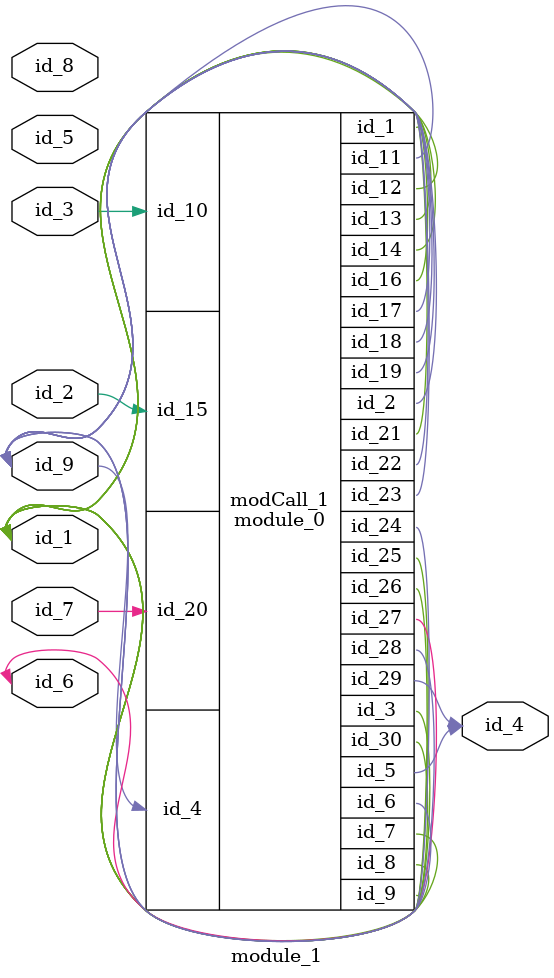
<source format=v>
module module_0 (
    id_1,
    id_2,
    id_3,
    id_4,
    id_5,
    id_6,
    id_7,
    id_8,
    id_9,
    id_10,
    id_11,
    id_12,
    id_13,
    id_14,
    id_15,
    id_16,
    id_17,
    id_18,
    id_19,
    id_20,
    id_21,
    id_22,
    id_23,
    id_24,
    id_25,
    id_26,
    id_27,
    id_28,
    id_29,
    id_30
);
  output wire id_30;
  output wire id_29;
  inout wire id_28;
  inout wire id_27;
  output wire id_26;
  inout wire id_25;
  inout wire id_24;
  inout wire id_23;
  inout wire id_22;
  inout wire id_21;
  input wire id_20;
  inout wire id_19;
  inout wire id_18;
  output wire id_17;
  inout wire id_16;
  input wire id_15;
  output wire id_14;
  output wire id_13;
  inout wire id_12;
  inout wire id_11;
  input wire id_10;
  inout wire id_9;
  output wire id_8;
  inout wire id_7;
  inout wire id_6;
  output wire id_5;
  input wire id_4;
  output wire id_3;
  inout wire id_2;
  inout wire id_1;
  assign id_27[(1) : 1] = 1;
  wire id_31;
  wire id_32;
  assign id_7 = 1'b0;
endmodule
module module_1 (
    id_1,
    id_2,
    id_3,
    id_4,
    id_5,
    id_6,
    id_7,
    id_8,
    id_9
);
  inout wire id_9;
  input wire id_8;
  input wire id_7;
  inout wire id_6;
  input wire id_5;
  output wire id_4;
  input wire id_3;
  input wire id_2;
  inout wire id_1;
  assign id_9 = id_9;
  module_0 modCall_1 (
      id_1,
      id_9,
      id_1,
      id_9,
      id_4,
      id_9,
      id_1,
      id_1,
      id_1,
      id_3,
      id_9,
      id_1,
      id_1,
      id_1,
      id_2,
      id_1,
      id_9,
      id_9,
      id_9,
      id_7,
      id_1,
      id_9,
      id_9,
      id_9,
      id_1,
      id_1,
      id_6,
      id_9,
      id_4,
      id_1
  );
  assign id_6[1] = id_5 & 1;
  wire id_10;
  wire id_11;
endmodule

</source>
